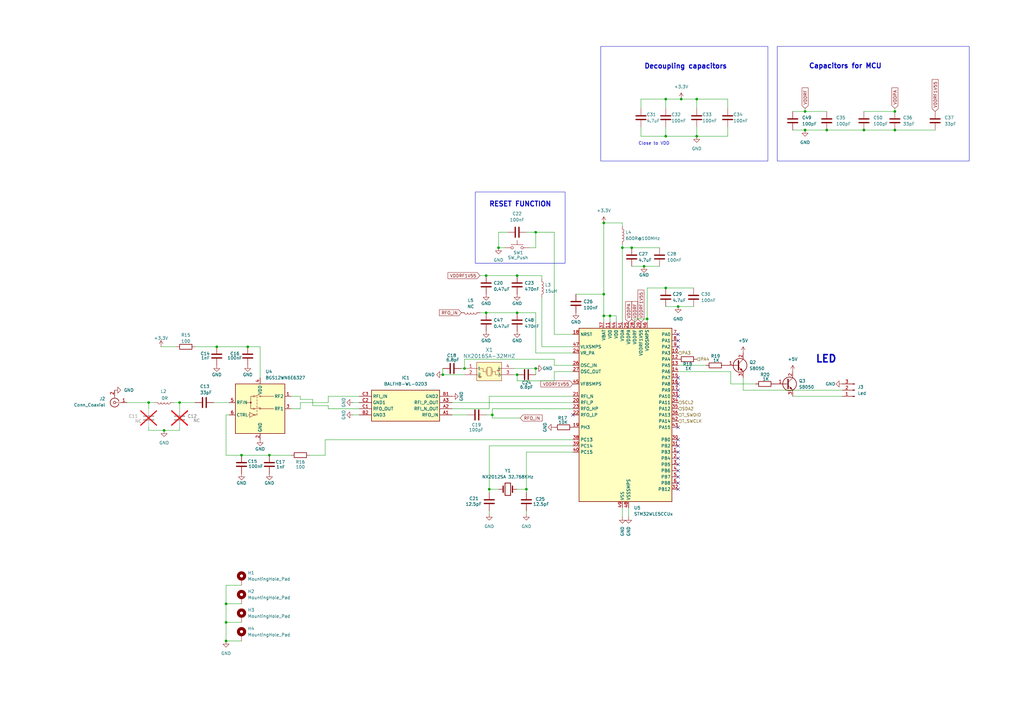
<source format=kicad_sch>
(kicad_sch (version 20231120) (generator "eeschema") (generator_version "8.0")
  (paper "A3")
  (lib_symbols
    (symbol "BALFHB-WL-05D3:BALFHB-WL-05D3"
      (property "Reference" "IC" (at 34.29 7.62 0))
      (property "Value" "BALFHB-WL-05D3" (at 34.29 5.08 0))
      (symbol "BALFHB-WL-05D3_1_1"
        (pin passive line (at 0 0 0) (length 5.08) (name "RFO_IN") (number "A1"))
        (pin passive line (at 0 -2.54 0) (length 5.08) (name "RFI_N_OUT") (number "A2"))
        (pin passive line (at 0 -5.08 0) (length 5.08) (name "RFI_P_OUT") (number "A3"))
        (pin passive line (at 0 -7.62 0) (length 5.08) (name "GND2") (number "B1"))
        (pin passive line (at 38.1 0 180) (length 5.08) (name "GND3") (number "B2"))
        (pin passive line (at 38.1 -2.54 180) (length 5.08) (name "RFO_OUT") (number "C1"))
        (pin passive line (at 38.1 -5.08 180) (length 5.08) (name "GND1") (number "C2"))
        (pin passive line (at 38.1 -7.62 180) (length 5.08) (name "RFI_IN") (number "C3"))
      )
    )
    (symbol "Connector:Conn_01x03_Pin" (pin_names (offset 1.016) hide)
      (property "Reference" "J" (at 0 5.08 0))
      (property "Value" "Conn_01x03_Pin" (at 0 -5.08 0))
      (symbol "Conn_01x03_Pin_1_1"
        (pin passive line (at 5.08 2.54 180) (length 3.81) (name "Pin_1") (number "1"))
        (pin passive line (at 5.08 0 180) (length 3.81) (name "Pin_2") (number "2"))
        (pin passive line (at 5.08 -2.54 180) (length 3.81) (name "Pin_3") (number "3"))
      )
    )
    (symbol "Connector:Conn_Coaxial" (pin_names (offset 1.016) hide)
      (property "Reference" "J" (at 0.254 3.048 0))
      (property "Value" "Conn_Coaxial" (at 2.921 0 90))
      (symbol "Conn_Coaxial_1_1"
        (pin passive line (at -5.08 0 0) (length 2.54) (name "In") (number "1"))
        (pin passive line (at 0 -5.08 90) (length 2.54) (name "Ext") (number "2"))
      )
    )
    (symbol "Device:C" (pin_numbers hide) (pin_names (offset 0.254))
      (property "Reference" "C" (at 0.635 2.54 0))
      (property "Value" "C" (at 0.635 -2.54 0))
      (symbol "C_1_1"
        (pin passive line (at 0 3.81 270) (length 2.794) (name "~") (number "1"))
        (pin passive line (at 0 -3.81 90) (length 2.794) (name "~") (number "2"))
      )
    )
    (symbol "Device:Crystal" (pin_numbers hide) (pin_names (offset 1.016) hide)
      (property "Reference" "Y" (at 0 3.81 0))
      (property "Value" "Crystal" (at 0 -3.81 0))
      (symbol "Crystal_1_1"
        (pin passive line (at -3.81 0 0) (length 1.27) (name "1") (number "1"))
        (pin passive line (at 3.81 0 180) (length 1.27) (name "2") (number "2"))
      )
    )
    (symbol "Device:L" (pin_numbers hide) (pin_names (offset 1.016) hide)
      (property "Reference" "L" (at -1.27 0 90))
      (property "Value" "L" (at 1.905 0 90))
      (symbol "L_1_1"
        (pin passive line (at 0 3.81 270) (length 1.27) (name "1") (number "1"))
        (pin passive line (at 0 -3.81 90) (length 1.27) (name "2") (number "2"))
      )
    )
    (symbol "Device:R" (pin_numbers hide) (pin_names (offset 0))
      (property "Reference" "R" (at 2.032 0 90))
      (property "Value" "R" (at 0 0 90))
      (symbol "R_1_1"
        (pin passive line (at 0 3.81 270) (length 1.27) (name "~") (number "1"))
        (pin passive line (at 0 -3.81 90) (length 1.27) (name "~") (number "2"))
      )
    )
    (symbol "GND_1" (power) (pin_numbers hide) (pin_names (offset 0) hide)
      (property "Value" "GND" (at 0 -3.81 0))
      (symbol "GND_1_1_1"
        (pin power_in line (at 0 0 270) (length 0) (name "~") (number "1"))
      )
    )
    (symbol "GND_2" (power) (pin_numbers hide) (pin_names (offset 0) hide)
      (property "Value" "GND" (at 0 -3.81 0))
      (symbol "GND_2_1_1"
        (pin power_in line (at 0 0 270) (length 0) (name "~") (number "1"))
      )
    )
    (symbol "MCU_ST_STM32WL:STM32WLE5CCUx"
      (property "Reference" "U" (at -17.78 36.83 0))
      (property "Value" "STM32WLE5CCUx" (at 12.7 36.83 0))
      (symbol "STM32WLE5CCUx_1_1"
        (pin bidirectional line (at 22.86 -15.24 180) (length 2.54) (name "PB3") (number "1"))
        (pin bidirectional line (at 22.86 25.4 180) (length 2.54) (name "PA3") (number "10"))
        (pin power_in line (at -5.08 38.1 270) (length 2.54) (name "VDD") (number "11"))
        (pin bidirectional line (at 22.86 22.86 180) (length 2.54) (name "PA4") (number "12"))
        (pin bidirectional line (at 22.86 20.32 180) (length 2.54) (name "PA5") (number "13"))
        (pin bidirectional line (at 22.86 17.78 180) (length 2.54) (name "PA6") (number "14"))
        (pin bidirectional line (at 22.86 15.24 180) (length 2.54) (name "PA7") (number "15"))
        (pin bidirectional line (at 22.86 12.7 180) (length 2.54) (name "PA8") (number "16"))
        (pin bidirectional line (at 22.86 10.16 180) (length 2.54) (name "PA9") (number "17"))
        (pin input line (at -20.32 33.02 0) (length 2.54) (name "NRST") (number "18"))
        (pin bidirectional line (at -20.32 -5.08 0) (length 2.54) (name "PH3") (number "19"))
        (pin bidirectional line (at 22.86 -17.78 180) (length 2.54) (name "PB4") (number "2"))
        (pin bidirectional line (at -20.32 5.08 0) (length 2.54) (name "RFI_P") (number "20"))
        (pin bidirectional line (at -20.32 7.62 0) (length 2.54) (name "RFI_N") (number "21"))
        (pin bidirectional line (at -20.32 0 0) (length 2.54) (name "RFO_LP") (number "22"))
        (pin bidirectional line (at -20.32 2.54 0) (length 2.54) (name "RFO_HP") (number "23"))
        (pin power_in line (at -20.32 25.4 0) (length 2.54) (name "VR_PA") (number "24"))
        (pin power_in line (at 2.54 38.1 270) (length 2.54) (name "VDDPA") (number "25"))
        (pin input line (at -20.32 20.32 0) (length 2.54) (name "OSC_IN") (number "26"))
        (pin input line (at -20.32 17.78 0) (length 2.54) (name "OSC_OUT") (number "27"))
        (pin power_in line (at 5.08 38.1 270) (length 2.54) (name "VDDRF") (number "28"))
        (pin power_in line (at 7.62 38.1 270) (length 2.54) (name "VDDRF1V55") (number "29"))
        (pin bidirectional line (at 22.86 -20.32 180) (length 2.54) (name "PB5") (number "3"))
        (pin bidirectional line (at 22.86 -10.16 180) (length 2.54) (name "PB0") (number "30"))
        (pin bidirectional line (at 22.86 -12.7 180) (length 2.54) (name "PB2") (number "31"))
        (pin bidirectional line (at 22.86 -30.48 180) (length 2.54) (name "PB12") (number "32"))
        (pin bidirectional line (at 22.86 7.62 180) (length 2.54) (name "PA10") (number "33"))
        (pin bidirectional line (at 22.86 5.08 180) (length 2.54) (name "PA11") (number "34"))
        (pin bidirectional line (at 22.86 2.54 180) (length 2.54) (name "PA12") (number "35"))
        (pin bidirectional line (at 22.86 0 180) (length 2.54) (name "PA13") (number "36"))
        (pin power_in line (at -7.62 38.1 270) (length 2.54) (name "VBAT") (number "37"))
        (pin bidirectional line (at -20.32 -10.16 0) (length 2.54) (name "PC13") (number "38"))
        (pin bidirectional line (at -20.32 -12.7 0) (length 2.54) (name "PC14") (number "39"))
        (pin bidirectional line (at 22.86 -22.86 180) (length 2.54) (name "PB6") (number "4"))
        (pin bidirectional line (at -20.32 -15.24 0) (length 2.54) (name "PC15") (number "40"))
        (pin power_in line (at 0 38.1 270) (length 2.54) (name "VDDA") (number "41"))
        (pin bidirectional line (at 22.86 -2.54 180) (length 2.54) (name "PA14") (number "42"))
        (pin bidirectional line (at 22.86 -5.08 180) (length 2.54) (name "PA15") (number "43"))
        (pin power_in line (at -2.54 38.1 270) (length 2.54) (name "VDD") (number "44"))
        (pin input line (at -20.32 12.7 0) (length 2.54) (name "VFBSMPS") (number "45"))
        (pin power_in line (at 10.16 38.1 270) (length 2.54) (name "VDDSMPS") (number "46"))
        (pin power_in line (at -20.32 27.94 0) (length 2.54) (name "VLXSMPS") (number "47"))
        (pin power_in line (at 2.54 -38.1 90) (length 2.54) (name "VSSSMPS") (number "48"))
        (pin power_in line (at 0 -38.1 90) (length 2.54) (name "VSS") (number "49"))
        (pin bidirectional line (at 22.86 -25.4 180) (length 2.54) (name "PB7") (number "5"))
        (pin bidirectional line (at 22.86 -27.94 180) (length 2.54) (name "PB8") (number "6"))
        (pin bidirectional line (at 22.86 33.02 180) (length 2.54) (name "PA0") (number "7"))
        (pin bidirectional line (at 22.86 30.48 180) (length 2.54) (name "PA1") (number "8"))
        (pin bidirectional line (at 22.86 27.94 180) (length 2.54) (name "PA2") (number "9"))
      )
    )
    (symbol "Mechanical:MountingHole_Pad" (pin_numbers hide) (pin_names (offset 1.016) hide)
      (property "Reference" "H" (at 0 6.35 0))
      (property "Value" "MountingHole_Pad" (at 0 4.445 0))
      (symbol "MountingHole_Pad_1_1"
        (pin input line (at 0 -2.54 90) (length 2.54) (name "1") (number "1"))
      )
    )
    (symbol "NX2016SA-32MHZ:NX2016SA-32MHZ-EXS00A-CS06654" (pin_names (offset 0.254))
      (property "Reference" "X1" (at 12.7 7.62 0))
      (property "Value" "NX2016SA-32MHZ-EXS00A-CS06654" (at 12.7 5.08 0))
      (symbol "NX2016SA-32MHZ-EXS00A-CS06654_1_1"
        (pin unspecified line (at 2.54 0 0) (length 5.08) (name "1") (number "1"))
        (pin unspecified line (at 2.54 -2.54 0) (length 5.08) (name "2") (number "2"))
        (pin unspecified line (at 22.86 -2.54 180) (length 5.08) (name "3") (number "3"))
        (pin unspecified line (at 22.86 0 180) (length 5.08) (name "4") (number "4"))
      )
    )
    (symbol "RF_Switch:BGS12WN6E6327"
      (property "Reference" "U" (at -10.16 11.43 0))
      (property "Value" "BGS12WN6E6327" (at 1.27 11.43 0))
      (symbol "BGS12WN6E6327_1_1"
        (pin passive line (at 12.7 5.08 180) (length 2.54) (name "RF2") (number "1"))
        (pin power_in line (at 0 -12.7 90) (length 2.54) (name "GND") (number "2"))
        (pin passive line (at 12.7 0 180) (length 2.54) (name "RF1") (number "3"))
        (pin power_in line (at 0 12.7 270) (length 2.54) (name "VDD") (number "4"))
        (pin passive line (at -12.7 2.54 0) (length 2.54) (name "RFIN") (number "5"))
        (pin input line (at -12.7 -2.54 0) (length 2.54) (name "CTRL") (number "6"))
      )
    )
    (symbol "Switch:SW_Push" (pin_numbers hide) (pin_names (offset 1.016) hide)
      (property "Reference" "SW" (at 1.27 2.54 0))
      (property "Value" "SW_Push" (at 0 -1.524 0))
      (symbol "SW_Push_0_1"
        (pin passive line (at -5.08 0 0) (length 2.54) (name "1") (number "1"))
        (pin passive line (at 5.08 0 180) (length 2.54) (name "2") (number "2"))
      )
    )
    (symbol "Transistor_BJT:S8050" (pin_names (offset 0) hide)
      (property "Reference" "Q1" (at 5.08 1.2701 0))
      (property "Value" "S8050" (at 5.08 -1.2699 0))
      (symbol "S8050_1_1"
        (pin input line (at -5.08 0 0) (length 5.08) (name "B") (number "1"))
        (pin passive line (at 2.54 5.08 270) (length 2.54) (name "C") (number "2"))
        (pin passive line (at 2.54 -5.08 90) (length 2.54) (name "E") (number "3"))
      )
    )
    (symbol "power:+3.3V" (power) (pin_numbers hide) (pin_names (offset 0) hide)
      (property "Value" "+3.3V" (at 0 3.556 0))
      (symbol "+3.3V_1_1"
        (pin power_in line (at 0 0 90) (length 0) (name "~") (number "1"))
      )
    )
    (symbol "power:+5V" (power) (pin_numbers hide) (pin_names (offset 0) hide)
      (property "Value" "+5V" (at 0 3.556 0))
      (symbol "+5V_1_1"
        (pin power_in line (at 0 0 90) (length 0) (name "~") (number "1"))
      )
    )
    (symbol "power:GND" (power) (pin_names (offset 0))
      (property "Value" "GND" (at 0 -3.81 0))
      (symbol "GND_1_1"
        (pin power_in line (at 0 0 270) (length 0) hide (name "GND") (number "1"))
      )
    )
  )
  (junction (at 247.65 129.54))
  (junction (at 190.5 151.13))
  (junction (at 99.06 186.69))
  (junction (at 200.66 200.66))
  (junction (at 199.39 113.03))
  (junction (at 247.65 91.44))
  (junction (at 101.6 142.24))
  (junction (at 330.2 53.34))
  (junction (at 92.71 262.89))
  (junction (at 219.71 95.25))
  (junction (at 367.03 53.34))
  (junction (at 273.05 55.88))
  (junction (at 273.05 40.64))
  (junction (at 215.9 200.66))
  (junction (at 273.05 118.11))
  (junction (at 255.27 101.6))
  (junction (at 110.49 186.69))
  (junction (at 88.9 142.24))
  (junction (at 212.09 113.03))
  (junction (at 330.2 45.72))
  (junction (at 181.61 153.67))
  (junction (at 212.09 153.67))
  (junction (at 264.16 109.22))
  (junction (at 279.4 40.64))
  (junction (at 73.66 165.1))
  (junction (at 247.65 120.65))
  (junction (at 354.33 53.34))
  (junction (at 285.75 40.64))
  (junction (at 339.09 53.34))
  (junction (at 201.93 170.18))
  (junction (at 285.75 55.88))
  (junction (at 60.96 165.1))
  (junction (at 199.39 128.27))
  (junction (at 92.71 247.65))
  (junction (at 219.71 151.13))
  (junction (at 250.19 129.54))
  (junction (at 67.31 176.53))
  (junction (at 265.43 130.81))
  (junction (at 259.08 101.6))
  (junction (at 212.09 128.27))
  (junction (at 92.71 255.27))
  (junction (at 278.13 125.73))
  (junction (at 204.47 101.6))
  (junction (at 367.03 45.72))
  (no_connect (at 278.13 200.66))
  (no_connect (at 278.13 193.04))
  (no_connect (at 278.13 198.12))
  (no_connect (at 278.13 185.42))
  (no_connect (at 278.13 182.88))
  (no_connect (at 234.95 170.18))
  (no_connect (at 278.13 175.26))
  (no_connect (at 278.13 187.96))
  (no_connect (at 278.13 160.02))
  (no_connect (at 278.13 180.34))
  (no_connect (at 278.13 154.94))
  (no_connect (at 278.13 190.5))
  (no_connect (at 278.13 162.56))
  (no_connect (at 278.13 157.48))
  (no_connect (at 278.13 195.58))
  (no_connect (at 278.13 139.7))
  (no_connect (at 278.13 142.24))
  (no_connect (at 278.13 137.16))
  (wire (pts (xy 123.19 162.56) (xy 119.38 162.56)))
  (wire (pts (xy 215.9 185.42) (xy 215.9 200.66)))
  (wire (pts (xy 99.06 186.69) (xy 110.49 186.69)))
  (wire (pts (xy 119.38 167.64) (xy 123.19 167.64)))
  (wire (pts (xy 252.73 129.54) (xy 250.19 129.54)))
  (wire (pts (xy 196.85 128.27) (xy 199.39 128.27)))
  (wire (pts (xy 255.27 100.33) (xy 255.27 101.6)))
  (wire (pts (xy 265.43 118.11) (xy 265.43 130.81)))
  (wire (pts (xy 213.36 171.45) (xy 201.93 171.45)))
  (wire (pts (xy 212.09 153.67) (xy 212.09 156.21)))
  (wire (pts (xy 255.27 91.44) (xy 255.27 92.71)))
  (wire (pts (xy 250.19 129.54) (xy 250.19 132.08)))
  (wire (pts (xy 285.75 55.88) (xy 298.45 55.88)))
  (wire (pts (xy 92.71 240.03) (xy 99.06 240.03)))
  (wire (pts (xy 227.33 137.16) (xy 227.33 95.25)))
  (wire (pts (xy 284.48 118.11) (xy 273.05 118.11)))
  (wire (pts (xy 80.01 142.24) (xy 88.9 142.24)))
  (wire (pts (xy 330.2 44.45) (xy 330.2 45.72)))
  (wire (pts (xy 285.75 40.64) (xy 285.75 44.45)))
  (wire (pts (xy 189.23 151.13) (xy 190.5 151.13)))
  (wire (pts (xy 325.12 53.34) (xy 330.2 53.34)))
  (wire (pts (xy 200.66 182.88) (xy 200.66 200.66)))
  (wire (pts (xy 185.42 167.64) (xy 200.66 167.64)))
  (wire (pts (xy 262.89 55.88) (xy 273.05 55.88)))
  (wire (pts (xy 133.35 186.69) (xy 133.35 180.34)))
  (wire (pts (xy 354.33 45.72) (xy 367.03 45.72)))
  (wire (pts (xy 325.12 45.72) (xy 330.2 45.72)))
  (wire (pts (xy 339.09 53.34) (xy 354.33 53.34)))
  (wire (pts (xy 262.89 52.07) (xy 262.89 55.88)))
  (wire (pts (xy 200.66 209.55) (xy 200.66 210.82)))
  (wire (pts (xy 201.93 170.18) (xy 199.39 170.18)))
  (wire (pts (xy 222.25 142.24) (xy 234.95 142.24)))
  (wire (pts (xy 219.71 151.13) (xy 210.82 151.13)))
  (wire (pts (xy 60.96 165.1) (xy 60.96 167.64)))
  (wire (pts (xy 278.13 152.4) (xy 299.72 152.4)))
  (wire (pts (xy 234.95 144.78) (xy 219.71 144.78)))
  (wire (pts (xy 273.05 40.64) (xy 273.05 44.45)))
  (wire (pts (xy 265.43 130.81) (xy 260.35 130.81)))
  (wire (pts (xy 278.13 149.86) (xy 289.56 149.86)))
  (wire (pts (xy 298.45 40.64) (xy 298.45 44.45)))
  (wire (pts (xy 259.08 109.22) (xy 264.16 109.22)))
  (wire (pts (xy 273.05 52.07) (xy 273.05 55.88)))
  (wire (pts (xy 181.61 153.67) (xy 190.5 153.67)))
  (wire (pts (xy 67.31 176.53) (xy 60.96 176.53)))
  (wire (pts (xy 196.85 113.03) (xy 199.39 113.03)))
  (wire (pts (xy 127 186.69) (xy 133.35 186.69)))
  (wire (pts (xy 259.08 101.6) (xy 270.51 101.6)))
  (wire (pts (xy 101.6 142.24) (xy 106.68 142.24)))
  (wire (pts (xy 227.33 156.21) (xy 227.33 152.4)))
  (wire (pts (xy 144.78 170.18) (xy 147.32 170.18)))
  (wire (pts (xy 247.65 120.65) (xy 247.65 129.54)))
  (wire (pts (xy 299.72 152.4) (xy 299.72 157.48)))
  (wire (pts (xy 252.73 129.54) (xy 252.73 132.08)))
  (wire (pts (xy 255.27 212.09) (xy 255.27 208.28)))
  (wire (pts (xy 227.33 152.4) (xy 234.95 152.4)))
  (wire (pts (xy 71.12 165.1) (xy 73.66 165.1)))
  (wire (pts (xy 123.19 163.83) (xy 123.19 162.56)))
  (wire (pts (xy 63.5 165.1) (xy 60.96 165.1)))
  (wire (pts (xy 255.27 101.6) (xy 259.08 101.6)))
  (wire (pts (xy 325.12 162.56) (xy 345.44 162.56)))
  (wire (pts (xy 73.66 176.53) (xy 67.31 176.53)))
  (wire (pts (xy 264.16 109.22) (xy 270.51 109.22)))
  (wire (pts (xy 92.71 247.65) (xy 99.06 247.65)))
  (wire (pts (xy 92.71 247.65) (xy 92.71 240.03)))
  (wire (pts (xy 134.62 166.37) (xy 128.27 166.37)))
  (wire (pts (xy 208.28 95.25) (xy 204.47 95.25)))
  (wire (pts (xy 60.96 176.53) (xy 60.96 175.26)))
  (wire (pts (xy 262.89 44.45) (xy 262.89 40.64)))
  (wire (pts (xy 260.35 130.81) (xy 260.35 132.08)))
  (wire (pts (xy 73.66 165.1) (xy 80.01 165.1)))
  (wire (pts (xy 190.5 147.32) (xy 227.33 147.32)))
  (wire (pts (xy 278.13 125.73) (xy 284.48 125.73)))
  (wire (pts (xy 255.27 101.6) (xy 255.27 132.08)))
  (wire (pts (xy 92.71 262.89) (xy 92.71 255.27)))
  (wire (pts (xy 299.72 157.48) (xy 309.88 157.48)))
  (wire (pts (xy 199.39 113.03) (xy 212.09 113.03)))
  (wire (pts (xy 265.43 118.11) (xy 273.05 118.11)))
  (wire (pts (xy 181.61 151.13) (xy 181.61 153.67)))
  (wire (pts (xy 247.65 91.44) (xy 247.65 120.65)))
  (wire (pts (xy 215.9 200.66) (xy 212.09 200.66)))
  (wire (pts (xy 330.2 53.34) (xy 339.09 53.34)))
  (wire (pts (xy 345.44 160.02) (xy 304.8 160.02)))
  (wire (pts (xy 219.71 144.78) (xy 219.71 128.27)))
  (wire (pts (xy 285.75 40.64) (xy 298.45 40.64)))
  (wire (pts (xy 87.63 165.1) (xy 93.98 165.1)))
  (wire (pts (xy 134.62 165.1) (xy 134.62 162.56)))
  (wire (pts (xy 99.06 186.69) (xy 92.71 186.69)))
  (wire (pts (xy 219.71 153.67) (xy 219.71 151.13)))
  (wire (pts (xy 88.9 142.24) (xy 101.6 142.24)))
  (wire (pts (xy 185.42 170.18) (xy 191.77 170.18)))
  (wire (pts (xy 265.43 132.08) (xy 265.43 130.81)))
  (wire (pts (xy 215.9 209.55) (xy 215.9 210.82)))
  (wire (pts (xy 234.95 167.64) (xy 201.93 167.64)))
  (wire (pts (xy 219.71 95.25) (xy 227.33 95.25)))
  (wire (pts (xy 52.07 165.1) (xy 60.96 165.1)))
  (wire (pts (xy 133.35 180.34) (xy 234.95 180.34)))
  (wire (pts (xy 273.05 125.73) (xy 278.13 125.73)))
  (wire (pts (xy 215.9 201.93) (xy 215.9 200.66)))
  (wire (pts (xy 215.9 185.42) (xy 234.95 185.42)))
  (wire (pts (xy 273.05 40.64) (xy 279.4 40.64)))
  (wire (pts (xy 250.19 129.54) (xy 247.65 129.54)))
  (wire (pts (xy 204.47 101.6) (xy 207.01 101.6)))
  (wire (pts (xy 227.33 137.16) (xy 234.95 137.16)))
  (wire (pts (xy 204.47 95.25) (xy 204.47 101.6)))
  (wire (pts (xy 128.27 163.83) (xy 123.19 163.83)))
  (wire (pts (xy 201.93 167.64) (xy 201.93 170.18)))
  (wire (pts (xy 236.22 120.65) (xy 247.65 120.65)))
  (wire (pts (xy 367.03 53.34) (xy 383.54 53.34)))
  (wire (pts (xy 285.75 52.07) (xy 285.75 55.88)))
  (wire (pts (xy 212.09 153.67) (xy 210.82 153.67)))
  (wire (pts (xy 298.45 52.07) (xy 298.45 55.88)))
  (wire (pts (xy 199.39 128.27) (xy 212.09 128.27)))
  (wire (pts (xy 262.89 40.64) (xy 273.05 40.64)))
  (wire (pts (xy 247.65 91.44) (xy 255.27 91.44)))
  (wire (pts (xy 227.33 147.32) (xy 227.33 149.86)))
  (wire (pts (xy 92.71 255.27) (xy 92.71 247.65)))
  (wire (pts (xy 144.78 165.1) (xy 147.32 165.1)))
  (wire (pts (xy 212.09 128.27) (xy 219.71 128.27)))
  (wire (pts (xy 106.68 142.24) (xy 106.68 154.94)))
  (wire (pts (xy 257.81 212.09) (xy 257.81 208.28)))
  (wire (pts (xy 134.62 167.64) (xy 147.32 167.64)))
  (wire (pts (xy 201.93 171.45) (xy 201.93 170.18)))
  (wire (pts (xy 93.98 170.18) (xy 92.71 170.18)))
  (wire (pts (xy 200.66 167.64) (xy 200.66 162.56)))
  (wire (pts (xy 73.66 167.64) (xy 73.66 165.1)))
  (wire (pts (xy 304.8 160.02) (xy 304.8 154.94)))
  (wire (pts (xy 367.03 44.45) (xy 367.03 45.72)))
  (wire (pts (xy 200.66 200.66) (xy 204.47 200.66)))
  (wire (pts (xy 123.19 167.64) (xy 123.19 165.1)))
  (wire (pts (xy 219.71 95.25) (xy 219.71 101.6)))
  (wire (pts (xy 200.66 162.56) (xy 234.95 162.56)))
  (wire (pts (xy 119.38 186.69) (xy 110.49 186.69)))
  (wire (pts (xy 190.5 151.13) (xy 190.5 147.32)))
  (wire (pts (xy 222.25 121.92) (xy 222.25 142.24)))
  (wire (pts (xy 219.71 101.6) (xy 217.17 101.6)))
  (wire (pts (xy 92.71 255.27) (xy 99.06 255.27)))
  (wire (pts (xy 215.9 95.25) (xy 219.71 95.25)))
  (wire (pts (xy 273.05 55.88) (xy 285.75 55.88)))
  (wire (pts (xy 222.25 113.03) (xy 212.09 113.03)))
  (wire (pts (xy 73.66 175.26) (xy 73.66 176.53)))
  (wire (pts (xy 92.71 170.18) (xy 92.71 186.69)))
  (wire (pts (xy 72.39 142.24) (xy 66.04 142.24)))
  (wire (pts (xy 247.65 129.54) (xy 247.65 132.08)))
  (wire (pts (xy 222.25 114.3) (xy 222.25 113.03)))
  (wire (pts (xy 134.62 162.56) (xy 147.32 162.56)))
  (wire (pts (xy 339.09 45.72) (xy 330.2 45.72)))
  (wire (pts (xy 99.06 262.89) (xy 92.71 262.89)))
  (wire (pts (xy 200.66 182.88) (xy 234.95 182.88)))
  (wire (pts (xy 134.62 166.37) (xy 134.62 167.64)))
  (wire (pts (xy 123.19 165.1) (xy 134.62 165.1)))
  (wire (pts (xy 212.09 156.21) (xy 227.33 156.21)))
  (wire (pts (xy 200.66 201.93) (xy 200.66 200.66)))
  (wire (pts (xy 279.4 40.64) (xy 285.75 40.64)))
  (wire (pts (xy 354.33 53.34) (xy 367.03 53.34)))
  (wire (pts (xy 227.33 149.86) (xy 234.95 149.86)))
  (wire (pts (xy 185.42 165.1) (xy 234.95 165.1)))
  (wire (pts (xy 128.27 166.37) (xy 128.27 163.83)))
  (rectangle (start 318.77 19.05) (end 397.51 66.04))
  (rectangle (start 194.945 78.74) (end 231.775 107.95))
  (rectangle (start 246.38 19.05) (end 314.96 66.04))
  (text "Capacitors for MCU" (at 346.71 27.178 0) (effects (font (size 2 2) (bold yes))))
  (text "RESET FUNCTION" (at 213.36 83.82 0) (effects (font (size 2 2) (bold yes))))
  (text "Close to VDD" (at 268.224 58.928 0) (effects (font (size 1.27 1.27))))
  (text "LED" (at 338.836 147.32 0) (effects (font (size 3 3) (thickness 0.6) (bold yes))))
  (text "Decoupling capacitors" (at 264.16 28.448 0) (effects (font (size 2 2) (thickness 0.4) (bold yes)) (justify left bottom)))
  (global_label "RFO_IN" (shape input) (at 189.23 128.27 180) (property "Intersheetrefs" "${INTERSHEET_REFS}" (effects (hide yes))))
  (global_label "VDDRF" (shape input) (at 260.35 132.08 90) (property "Intersheetrefs" "${INTERSHEET_REFS}" (effects (hide yes))))
  (global_label "VDDRF1V55" (shape input) (at 383.54 45.72 90) (property "Intersheetrefs" "${INTERSHEET_REFS}" (effects (hide yes))))
  (global_label "VDDPA" (shape input) (at 257.81 132.08 90) (property "Intersheetrefs" "${INTERSHEET_REFS}" (effects (hide yes))))
  (global_label "VDDRF" (shape input) (at 330.2 44.45 90) (property "Intersheetrefs" "${INTERSHEET_REFS}" (effects (hide yes))))
  (global_label "VDDRF1V55" (shape input) (at 196.85 113.03 180) (property "Intersheetrefs" "${INTERSHEET_REFS}" (effects (hide yes))))
  (global_label "VDDRF1V55" (shape input) (at 262.89 132.08 90) (property "Intersheetrefs" "${INTERSHEET_REFS}" (effects (hide yes))))
  (global_label "VDDPA" (shape input) (at 367.03 44.45 90) (property "Intersheetrefs" "${INTERSHEET_REFS}" (effects (hide yes))))
  (global_label "VDDRF1V55" (shape input) (at 234.95 157.48 180) (property "Intersheetrefs" "${INTERSHEET_REFS}" (effects (hide yes))))
  (global_label "RFO_IN" (shape input) (at 213.36 171.45 0) (property "Intersheetrefs" "${INTERSHEET_REFS}" (effects (hide yes))))
  (hierarchical_label "PA4" (shape input) (at 285.75 147.32 0))
  (hierarchical_label "SDA2" (shape input) (at 278.13 167.64 0))
  (hierarchical_label "T_SWCLK" (shape input) (at 278.13 172.72 0))
  (hierarchical_label "SCL2" (shape input) (at 278.13 165.1 0))
  (hierarchical_label "T_SWDIO" (shape input) (at 278.13 170.18 0))
  (hierarchical_label "PA3" (shape input) (at 278.13 144.78 0))
  (symbol (lib_id "Device:C") (at 236.22 124.46 0) (unit 1)
    (property "Reference" "C26" (at 239.268 123.698 0) (effects (justify left)))
    (property "Value" "100nF" (at 239.268 126.238 0) (effects (justify left)))
    (property "Footprint" "Capacitor_SMD:C_0402_1005Metric_Pad0.74x0.62mm_HandSolder" (effects (hide yes)))
  )
  (symbol (lib_id "power:GND") (at 219.71 151.13 90) (unit 1)
    (property "Reference" "#PWR029" (effects (hide yes)))
    (property "Value" "GND" (at 222.504 151.13 90) (effects (justify right)))
  )
  (symbol (lib_id "power:GND") (at 345.44 157.48 270) (unit 1)
    (property "Reference" "#PWR041" (effects (hide yes)))
    (property "Value" "GND" (at 342.646 157.48 90) (effects (justify right)))
    (property "Description" "Power symbol creates a global label with name \"GND\" , ground" (effects (hide yes)))
  )
  (symbol (lib_id "Device:C") (at 270.51 105.41 0) (unit 1)
    (property "Reference" "C28" (at 273.558 104.14 0) (effects (justify left)))
    (property "Value" "100nF" (at 273.558 106.68 0) (effects (justify left)))
    (property "Footprint" "Capacitor_SMD:C_0402_1005Metric_Pad0.74x0.62mm_HandSolder" (effects (hide yes)))
  )
  (symbol (lib_id "Device:C") (at 354.33 49.53 0) (unit 1)
    (property "Reference" "C50" (at 358.14 48.2599 0) (effects (justify left)))
    (property "Value" "100pF" (at 358.14 50.7999 0) (effects (justify left)))
    (property "Footprint" "Capacitor_SMD:C_0402_1005Metric_Pad0.74x0.62mm_HandSolder" (effects (hide yes)))
  )
  (symbol (lib_id "Device:C") (at 99.06 190.5 0) (unit 1)
    (property "Reference" "C15" (at 101.6 189.23 0) (effects (justify left)))
    (property "Value" "100nF" (at 101.854 191.262 0) (effects (justify left)))
    (property "Footprint" "Capacitor_SMD:C_0402_1005Metric_Pad0.74x0.62mm_HandSolder" (effects (hide yes)))
  )
  (symbol (lib_id "Device:C") (at 73.66 171.45 180) (unit 1) (in_bom no) (dnp yes)
    (property "Reference" "C12" (at 80.772 170.688 0) (effects (justify left)))
    (property "Value" "NC" (at 82.042 172.466 0) (effects (justify left)))
    (property "Footprint" "Capacitor_SMD:C_0402_1005Metric_Pad0.74x0.62mm_HandSolder" (effects (hide yes)))
  )
  (symbol (lib_id "Device:C") (at 199.39 132.08 0) (unit 1)
    (property "Reference" "C47" (at 202.438 131.318 0) (effects (justify left)))
    (property "Value" "0.47uF" (at 202.438 133.858 0) (effects (justify left)))
    (property "Footprint" "Capacitor_SMD:C_0402_1005Metric_Pad0.74x0.62mm_HandSolder" (effects (hide yes)))
  )
  (symbol (lib_id "Device:C") (at 298.45 48.26 0) (unit 1)
    (property "Reference" "C34" (at 300.736 46.99 0) (effects (justify left)))
    (property "Value" "100nF" (at 300.736 49.53 0) (effects (justify left)))
    (property "Footprint" "Capacitor_SMD:C_0402_1005Metric_Pad0.74x0.62mm_HandSolder" (effects (hide yes)))
  )
  (symbol (lib_id "Device:L") (at 67.31 165.1 270) (unit 1)
    (property "Reference" "L2" (at 67.056 160.528 90))
    (property "Value" "0R" (at 67.564 163.322 90))
    (property "Footprint" "Inductor_SMD:L_0402_1005Metric_Pad0.77x0.64mm_HandSolder" (effects (hide yes)))
    (property "Description" "Inductor" (effects (hide yes)))
  )
  (symbol (lib_id "Device:R") (at 313.69 157.48 90) (unit 1)
    (property "Reference" "R20" (at 315.722 153.67 90) (effects (justify left)))
    (property "Value" "1K" (at 315.468 155.448 90) (effects (justify left)))
    (property "Footprint" "Resistor_SMD:R_0402_1005Metric_Pad0.72x0.64mm_HandSolder" (effects (hide yes)))
    (property "Description" "Resistor" (effects (hide yes)))
  )
  (symbol (lib_id "power:GND") (at 204.47 101.6 0) (unit 1)
    (property "Reference" "#PWR026" (effects (hide yes)))
    (property "Value" "GND" (at 204.47 106.68 0))
  )
  (symbol (lib_id "power:GND") (at 181.61 153.67 270) (unit 1)
    (property "Reference" "#PWR022" (effects (hide yes)))
    (property "Value" "GND" (at 174.244 153.67 90) (effects (justify left)))
  )
  (symbol (lib_id "power:GND") (at 236.22 128.27 0) (unit 1)
    (property "Reference" "#PWR031" (effects (hide yes)))
    (property "Value" "GND" (at 236.22 132.08 0))
  )
  (symbol (lib_id "power:GND") (at 285.75 55.88 0) (unit 1)
    (property "Reference" "#PWR039" (effects (hide yes)))
    (property "Value" "GND" (at 285.75 60.96 0))
  )
  (symbol (lib_id "Mechanical:MountingHole_Pad") (at 99.06 252.73 0) (unit 1)
    (property "Reference" "H3" (at 101.6 250.1899 0) (effects (justify left)))
    (property "Value" "MountingHole_Pad" (at 101.6 252.7299 0) (effects (justify left)))
    (property "Footprint" "MountingHole:MountingHole_3mm_Pad_Via" (effects (hide yes)))
    (property "Description" "Mounting Hole with connection" (effects (hide yes)))
  )
  (symbol (lib_id "BALFHB-WL-05D3:BALFHB-WL-05D3") (at 185.42 170.18 180) (unit 1)
    (property "Reference" "IC1" (at 166.37 154.94 0))
    (property "Value" "BALFHB-WL-02D3" (at 166.37 157.48 0))
    (property "Footprint" "footprint:BALFHBWL05D3" (effects (hide yes)))
    (property "Datasheet" "https://www.st.com/resource/en/datasheet/balfhb-wl-05d3.pdf" (effects (hide yes)))
    (property "Description" "balun,filtering and matching of STM32WL 15dbm 915Mhz , QFN package 4 layers pcb" (effects (hide yes)))
    (property "Height" "0.68" (effects (hide yes)))
    (property "Manufacturer_Name" "STMicroelectronics" (effects (hide yes)))
    (property "Manufacturer_Part_Number" "BALFHB-WL-05D3" (effects (hide yes)))
    (property "Mouser Part Number" "511-BALFHB-WL-05D3" (effects (hide yes)))
    (property "Mouser Price/Stock" "https://www.mouser.co.uk/ProductDetail/STMicroelectronics/BALFHB-WL-05D3?qs=T%252BzbugeAwjgyeRVodYmoDw%3D%3D" (effects (hide yes)))
    (property "Arrow Part Number" "BALFHB-WL-05D3" (effects (hide yes)))
    (property "Arrow Price/Stock" "https://www.arrow.com/en/products/balfhb-wl-05d3/stmicroelectronics?region=nac" (effects (hide yes)))
  )
  (symbol (lib_id "power:GND") (at 215.9 210.82 0) (unit 1)
    (property "Reference" "#PWR028" (effects (hide yes)))
    (property "Value" "GND" (at 215.9 215.9 0))
  )
  (symbol (lib_id "power:GND") (at 185.42 162.56 90) (unit 1)
    (property "Reference" "#PWR023" (effects (hide yes)))
    (property "Value" "GND" (at 189.23 162.56 0))
  )
  (symbol (lib_id "Device:C") (at 185.42 151.13 90) (unit 1)
    (property "Reference" "C18" (at 187.198 145.796 90) (effects (justify left)))
    (property "Value" "6.8pF" (at 188.468 147.574 90) (effects (justify left)))
    (property "Footprint" "Capacitor_SMD:C_0402_1005Metric_Pad0.74x0.62mm_HandSolder" (effects (hide yes)))
  )
  (symbol (lib_id "Device:R") (at 123.19 186.69 270) (unit 1)
    (property "Reference" "R16" (at 123.19 189.484 90))
    (property "Value" "100" (at 123.19 191.516 90))
    (property "Footprint" "Resistor_SMD:R_0402_1005Metric_Pad0.72x0.64mm_HandSolder" (effects (hide yes)))
    (property "Description" "Resistor" (effects (hide yes)))
  )
  (symbol (lib_id "Device:C") (at 215.9 205.74 180) (unit 1)
    (property "Reference" "C25" (at 223.52 204.724 0) (effects (justify left)))
    (property "Value" "12.5pF" (at 225.298 206.756 0) (effects (justify left)))
    (property "Footprint" "Capacitor_SMD:C_0402_1005Metric_Pad0.74x0.62mm_HandSolder" (effects (hide yes)))
  )
  (symbol (lib_id "power:GND") (at 99.06 194.31 0) (unit 1)
    (property "Reference" "#PWR016" (effects (hide yes)))
    (property "Value" "GND" (at 99.06 198.12 0))
  )
  (symbol (lib_id "Mechanical:MountingHole_Pad") (at 99.06 237.49 0) (unit 1)
    (property "Reference" "H1" (at 101.6 234.9499 0) (effects (justify left)))
    (property "Value" "MountingHole_Pad" (at 101.6 237.4899 0) (effects (justify left)))
    (property "Footprint" "MountingHole:MountingHole_3mm_Pad_Via" (effects (hide yes)))
    (property "Description" "Mounting Hole with connection" (effects (hide yes)))
  )
  (symbol (lib_id "Device:R") (at 281.94 147.32 90) (unit 1)
    (property "Reference" "R18" (at 283.972 149.352 90) (effects (justify left)))
    (property "Value" "1K" (at 283.718 151.13 90) (effects (justify left)))
    (property "Footprint" "Resistor_SMD:R_0402_1005Metric_Pad0.72x0.64mm_HandSolder" (effects (hide yes)))
    (property "Description" "Resistor" (effects (hide yes)))
  )
  (symbol (lib_id "Connector:Conn_Coaxial") (at 46.99 165.1 180) (unit 1)
    (property "Reference" "J2" (at 43.18 163.5367 0) (effects (justify left)))
    (property "Value" "Conn_Coaxial" (at 43.18 166.0767 0) (effects (justify left)))
    (property "Footprint" "Connector_Coaxial:U.FL_Molex_MCRF_73412-0110_Vertical" (effects (hide yes)))
    (property "Datasheet" " ~" (effects (hide yes)))
    (property "Description" "coaxial connector (BNC, SMA, SMB, SMC, Cinch/RCA, LEMO, ...)" (effects (hide yes)))
  )
  (symbol (lib_id "NX2016SA-32MHZ:NX2016SA-32MHZ-EXS00A-CS06654") (at 187.96 151.13 0) (unit 1)
    (property "Reference" "X1" (at 200.66 143.51 0) (effects (font (size 1.524 1.524))))
    (property "Value" "NX2016SA-32MHZ" (at 200.66 146.05 0) (effects (font (size 1.524 1.524))))
    (property "Footprint" "footprint:NX2016SA_NDK" (effects (hide yes)))
    (property "Datasheet" "NX2016SA-32MHZ-EXS00A-CS06654" (effects (hide yes)))
  )
  (symbol (lib_id "Device:C") (at 200.66 205.74 180) (unit 1)
    (property "Reference" "C21" (at 196.342 204.47 0) (effects (justify left)))
    (property "Value" "12.5pF" (at 197.612 206.756 0) (effects (justify left)))
    (property "Footprint" "Capacitor_SMD:C_0402_1005Metric_Pad0.74x0.62mm_HandSolder" (effects (hide yes)))
  )
  (symbol (lib_id "Device:L") (at 193.04 128.27 270) (unit 1)
    (property "Reference" "L5" (at 193.04 123.19 90))
    (property "Value" "NC" (at 193.04 125.73 90))
    (property "Footprint" "Inductor_SMD:L_0402_1005Metric_Pad0.77x0.64mm_HandSolder" (effects (hide yes)))
    (property "Description" "Inductor" (effects (hide yes)))
  )
  (symbol (lib_id "Device:C") (at 212.09 116.84 0) (unit 1)
    (property "Reference" "C23" (at 215.138 116.078 0) (effects (justify left)))
    (property "Value" "470nF" (at 215.138 118.618 0) (effects (justify left)))
    (property "Footprint" "Capacitor_SMD:C_0402_1005Metric_Pad0.74x0.62mm_HandSolder" (effects (hide yes)))
  )
  (symbol (lib_id "Device:C") (at 273.05 48.26 0) (unit 1)
    (property "Reference" "C32" (at 275.336 46.99 0) (effects (justify left)))
    (property "Value" "100nF" (at 275.336 49.53 0) (effects (justify left)))
    (property "Footprint" "Capacitor_SMD:C_0402_1005Metric_Pad0.74x0.62mm_HandSolder" (effects (hide yes)))
  )
  (symbol (lib_id "power:GND") (at 101.6 149.86 0) (unit 1)
    (property "Reference" "#PWR017" (effects (hide yes)))
    (property "Value" "GND" (at 101.6 153.67 0))
  )
  (symbol (lib_id "Mechanical:MountingHole_Pad") (at 99.06 260.35 0) (unit 1)
    (property "Reference" "H4" (at 101.6 257.8099 0) (effects (justify left)))
    (property "Value" "MountingHole_Pad" (at 101.6 260.3499 0) (effects (justify left)))
    (property "Footprint" "MountingHole:MountingHole_3mm_Pad_Via" (effects (hide yes)))
    (property "Description" "Mounting Hole with connection" (effects (hide yes)))
  )
  (symbol (lib_id "MCU_ST_STM32WL:STM32WLE5CCUx") (at 255.27 170.18 0) (unit 1)
    (property "Reference" "U5" (at 260.0041 208.28 0) (effects (justify left)))
    (property "Value" "STM32WLE5CCUx" (at 260.0041 210.82 0) (effects (justify left)))
    (property "Footprint" "Package_DFN_QFN:QFN-48-1EP_7x7mm_P0.5mm_EP5.6x5.6mm" (effects (hide yes)))
    (property "Datasheet" "https://www.st.com/resource/en/datasheet/stm32wle5cc.pdf" (effects (hide yes)))
    (property "Description" "STMicroelectronics Arm Cortex-M4 MCU, 256KB flash, 64KB RAM, 48 MHz, 1.8-3.6V, 29 GPIO, UFQFPN48" (effects (hide yes)))
  )
  (symbol (lib_id "Device:C") (at 273.05 121.92 0) (unit 1)
    (property "Reference" "C29" (at 275.844 120.65 0) (effects (justify left)))
    (property "Value" "4.7uF" (at 275.844 123.19 0) (effects (justify left)))
    (property "Footprint" "Capacitor_SMD:C_0402_1005Metric_Pad0.74x0.62mm_HandSolder" (effects (hide yes)))
  )
  (symbol (lib_id "power:GND") (at 278.13 125.73 0) (unit 1)
    (property "Reference" "#PWR036" (effects (hide yes)))
    (property "Value" "GND" (at 278.13 130.81 0))
  )
  (symbol (lib_id "Device:C") (at 262.89 48.26 0) (unit 1)
    (property "Reference" "C31" (at 265.176 46.99 0) (effects (justify left)))
    (property "Value" "4.7uF" (at 265.176 49.53 0) (effects (justify left)))
    (property "Footprint" "Capacitor_SMD:C_0402_1005Metric_Pad0.74x0.62mm_HandSolder" (effects (hide yes)))
  )
  (symbol (lib_id "RF_Switch:BGS12WN6E6327") (at 106.68 167.64 0) (unit 1)
    (property "Reference" "U4" (at 108.8741 152.4 0) (effects (justify left)))
    (property "Value" "BGS12WN6E6327" (at 108.8741 154.94 0) (effects (justify left)))
    (property "Footprint" "footprint:BGS12SN6E6327XTSA1" (effects (hide yes)))
    (property "Datasheet" "https://www.infineon.com/dgdl/Infineon-BGS12WN6-DataSheet-v02_05-EN.pdf?fileId=5546d4626b2d8e69016b89d2b3334727" (effects (hide yes)))
    (property "Description" "SPDT DC-9GHz switch, 45dB isolation at 960MHz, PG-TSNP-6-10" (effects (hide yes)))
  )
  (symbol (lib_name "GND_1") (lib_id "power:GND") (at 255.27 212.09 0) (unit 1)
    (property "Reference" "#PWR033" (effects (hide yes)))
    (property "Value" "GND" (at 255.2699 215.9 90) (effects (justify right)))
    (property "Description" "Power symbol creates a global label with name \"GND\" , ground" (effects (hide yes)))
  )
  (symbol (lib_name "GND_1") (lib_id "power:GND") (at 257.81 212.09 0) (unit 1)
    (property "Reference" "#PWR034" (effects (hide yes)))
    (property "Value" "GND" (at 257.8099 215.9 90) (effects (justify right)))
    (property "Description" "Power symbol creates a global label with name \"GND\" , ground" (effects (hide yes)))
  )
  (symbol (lib_id "Device:R") (at 76.2 142.24 90) (unit 1)
    (property "Reference" "R15" (at 76.2 137.414 90))
    (property "Value" "100" (at 76.2 139.954 90))
    (property "Footprint" "Resistor_SMD:R_0402_1005Metric_Pad0.72x0.64mm_HandSolder" (effects (hide yes)))
    (property "Description" "Resistor" (effects (hide yes)))
  )
  (symbol (lib_id "power:+3.3V") (at 247.65 91.44 0) (unit 1)
    (property "Reference" "#PWR032" (effects (hide yes)))
    (property "Value" "+3.3V" (at 247.65 86.36 0))
    (property "Description" "Power symbol creates a global label with name \"+3.3V\"" (effects (hide yes)))
  )
  (symbol (lib_id "Device:C") (at 215.9 153.67 90) (unit 1)
    (property "Reference" "C24" (at 217.932 156.972 90) (effects (justify left)))
    (property "Value" "6.8pF" (at 218.694 158.75 90) (effects (justify left)))
    (property "Footprint" "Capacitor_SMD:C_0402_1005Metric_Pad0.74x0.62mm_HandSolder" (effects (hide yes)))
  )
  (symbol (lib_id "Device:C") (at 367.03 49.53 0) (unit 1)
    (property "Reference" "C36" (at 370.332 48.26 0) (effects (justify left)))
    (property "Value" "33pF" (at 370.332 50.8 0) (effects (justify left)))
    (property "Footprint" "Capacitor_SMD:C_0402_1005Metric_Pad0.74x0.62mm_HandSolder" (effects (hide yes)))
  )
  (symbol (lib_id "power:GND") (at 88.9 149.86 0) (unit 1)
    (property "Reference" "#PWR014" (effects (hide yes)))
    (property "Value" "GND" (at 88.9 153.67 0))
  )
  (symbol (lib_name "GND_2") (lib_id "power:GND") (at 92.71 262.89 0) (unit 1)
    (property "Reference" "#PWR015" (effects (hide yes)))
    (property "Value" "GND" (at 92.71 267.97 0))
    (property "Description" "Power symbol creates a global label with name \"GND\" , ground" (effects (hide yes)))
  )
  (symbol (lib_id "power:GND") (at 106.68 180.34 0) (unit 1)
    (property "Reference" "#PWR018" (effects (hide yes)))
    (property "Value" "GND" (at 106.68 184.15 0))
  )
  (symbol (lib_id "Device:C") (at 195.58 170.18 90) (unit 1)
    (property "Reference" "C19" (at 197.358 174.244 90) (effects (justify left)))
    (property "Value" "100pF" (at 198.374 176.276 90) (effects (justify left)))
    (property "Footprint" "Capacitor_SMD:C_0402_1005Metric_Pad0.74x0.62mm_HandSolder" (effects (hide yes)))
  )
  (symbol (lib_id "Device:C") (at 60.96 171.45 180) (unit 1) (in_bom no) (dnp yes)
    (property "Reference" "C11" (at 56.642 170.688 0) (effects (justify left)))
    (property "Value" "NC" (at 58.166 172.72 0) (effects (justify left)))
    (property "Footprint" "Capacitor_SMD:C_0402_1005Metric_Pad0.74x0.62mm_HandSolder" (effects (hide yes)))
  )
  (symbol (lib_id "Mechanical:MountingHole_Pad") (at 99.06 245.11 0) (unit 1)
    (property "Reference" "H2" (at 101.6 242.5699 0) (effects (justify left)))
    (property "Value" "MountingHole_Pad" (at 101.6 245.1099 0) (effects (justify left)))
    (property "Footprint" "MountingHole:MountingHole_3mm_Pad_Via" (effects (hide yes)))
    (property "Description" "Mounting Hole with connection" (effects (hide yes)))
  )
  (symbol (lib_id "power:+5V") (at 325.12 152.4 0) (unit 1)
    (property "Reference" "#PWR040" (effects (hide yes)))
    (property "Value" "+5V" (at 325.12 147.32 0))
    (property "Description" "Power symbol creates a global label with name \"+5V\"" (effects (hide yes)))
  )
  (symbol (lib_id "Switch:SW_Push") (at 212.09 101.6 0) (unit 1)
    (property "Reference" "SW1" (at 214.63 103.632 0) (effects (justify right)))
    (property "Value" "SW_Push" (at 216.662 105.664 0) (effects (justify right)))
    (property "Footprint" "Button_Switch_SMD:SW_Push_1P1T_NO_Vertical_Wuerth_434133025816" (effects (hide yes)))
    (property "Description" "Push button switch, generic, two pins" (effects (hide yes)))
  )
  (symbol (lib_id "Device:C") (at 88.9 146.05 180) (unit 1)
    (property "Reference" "C14" (at 86.106 145.034 0) (effects (justify left)))
    (property "Value" "1nF" (at 86.106 146.812 0) (effects (justify left)))
    (property "Footprint" "Capacitor_SMD:C_0402_1005Metric_Pad0.74x0.62mm_HandSolder" (effects (hide yes)))
  )
  (symbol (lib_id "power:+5V") (at 304.8 144.78 0) (unit 1)
    (property "Reference" "#PWR037" (effects (hide yes)))
    (property "Value" "+5V" (at 304.8 139.7 0))
    (property "Description" "Power symbol creates a global label with name \"+5V\"" (effects (hide yes)))
  )
  (symbol (lib_id "power:GND") (at 199.39 120.65 0) (unit 1)
    (property "Reference" "#PWR024" (effects (hide yes)))
    (property "Value" "GND" (at 199.39 124.46 0))
  )
  (symbol (lib_id "power:GND") (at 212.09 120.65 0) (unit 1)
    (property "Reference" "#PWR027" (effects (hide yes)))
    (property "Value" "GND" (at 212.09 124.46 0))
  )
  (symbol (lib_id "power:GND") (at 227.33 175.26 270) (unit 1)
    (property "Reference" "#PWR030" (effects (hide yes)))
    (property "Value" "GND" (at 223.52 175.26 0))
  )
  (symbol (lib_id "Device:Crystal") (at 208.28 200.66 180) (unit 1)
    (property "Reference" "Y1" (at 208.28 193.04 0))
    (property "Value" "NX2012SA 32.768KHz" (at 208.28 195.58 0))
    (property "Footprint" "footprint:XTAL_NX2012SA-32.768K-STD-MUB-1" (effects (hide yes)))
    (property "Description" "Two pin crystal" (effects (hide yes)))
  )
  (symbol (lib_id "Device:L") (at 255.27 96.52 0) (unit 1)
    (property "Reference" "L4" (at 256.54 95.2499 0) (effects (justify left)))
    (property "Value" "600R@100MHz" (at 256.54 97.7899 0) (effects (justify left)))
    (property "Footprint" "Inductor_SMD:L_0402_1005Metric_Pad0.77x0.64mm_HandSolder" (effects (hide yes)))
    (property "Description" "Inductor" (effects (hide yes)))
  )
  (symbol (lib_id "Device:R") (at 231.14 175.26 90) (unit 1)
    (property "Reference" "R17" (at 232.664 171.45 90) (effects (justify left)))
    (property "Value" "10K" (at 232.918 173.228 90) (effects (justify left)))
    (property "Footprint" "Resistor_SMD:R_0402_1005Metric_Pad0.72x0.64mm_HandSolder" (effects (hide yes)))
    (property "Description" "Resistor" (effects (hide yes)))
  )
  (symbol (lib_id "Device:C") (at 110.49 190.5 0) (unit 1)
    (property "Reference" "C17" (at 113.03 189.484 0) (effects (justify left)))
    (property "Value" "1nF" (at 113.284 191.516 0) (effects (justify left)))
    (property "Footprint" "Capacitor_SMD:C_0402_1005Metric_Pad0.74x0.62mm_HandSolder" (effects (hide yes)))
  )
  (symbol (lib_id "Device:C") (at 212.09 132.08 0) (unit 1)
    (property "Reference" "C48" (at 215.138 131.318 0) (effects (justify left)))
    (property "Value" "470nF" (at 215.138 133.858 0) (effects (justify left)))
    (property "Footprint" "Capacitor_SMD:C_0402_1005Metric_Pad0.74x0.62mm_HandSolder" (effects (hide yes)))
  )
  (symbol (lib_id "power:GND") (at 264.16 109.22 0) (unit 1)
    (property "Reference" "#PWR035" (effects (hide yes)))
    (property "Value" "GND" (at 264.16 112.776 0))
  )
  (symbol (lib_id "Device:C") (at 199.39 116.84 0) (unit 1)
    (property "Reference" "C20" (at 202.438 116.078 0) (effects (justify left)))
    (property "Value" "0.47uF" (at 202.438 118.618 0) (effects (justify left)))
    (property "Footprint" "Capacitor_SMD:C_0402_1005Metric_Pad0.74x0.62mm_HandSolder" (effects (hide yes)))
  )
  (symbol (lib_id "Device:R") (at 293.37 149.86 90) (unit 1)
    (property "Reference" "R19" (at 295.402 146.05 90) (effects (justify left)))
    (property "Value" "1K" (at 295.148 147.828 90) (effects (justify left)))
    (property "Footprint" "Resistor_SMD:R_0402_1005Metric_Pad0.72x0.64mm_HandSolder" (effects (hide yes)))
    (property "Description" "Resistor" (effects (hide yes)))
  )
  (symbol (lib_id "Device:C") (at 285.75 48.26 0) (unit 1)
    (property "Reference" "C33" (at 288.036 46.99 0) (effects (justify left)))
    (property "Value" "100nF" (at 288.036 49.53 0) (effects (justify left)))
    (property "Footprint" "Capacitor_SMD:C_0402_1005Metric_Pad0.74x0.62mm_HandSolder" (effects (hide yes)))
  )
  (symbol (lib_id "Device:C") (at 339.09 49.53 0) (unit 1)
    (property "Reference" "C35" (at 342.9 48.2599 0) (effects (justify left)))
    (property "Value" "100pF" (at 342.9 50.7999 0) (effects (justify left)))
    (property "Footprint" "Capacitor_SMD:C_0402_1005Metric_Pad0.74x0.62mm_HandSolder" (effects (hide yes)))
  )
  (symbol (lib_id "Transistor_BJT:S8050") (at 302.26 149.86 0) (unit 1)
    (property "Reference" "Q2" (at 307.34 148.5899 0) (effects (justify left)))
    (property "Value" "S8050" (at 307.34 151.1299 0) (effects (justify left)))
    (property "Footprint" "Package_TO_SOT_SMD:SOT-23" (effects (hide yes)))
    (property "Datasheet" "http://www.unisonic.com.tw/datasheet/S8050.pdf" (effects (hide yes)))
    (property "Description" "0.7A Ic, 20V Vce, Low Voltage High Current NPN Transistor, TO-92" (effects (hide yes)))
  )
  (symbol (lib_id "power:GND") (at 46.99 160.02 90) (unit 1)
    (property "Reference" "#PWR011" (effects (hide yes)))
    (property "Value" "GND" (at 50.8 160.0199 90) (effects (justify right)))
    (property "Description" "Power symbol creates a global label with name \"GND\" , ground" (effects (hide yes)))
  )
  (symbol (lib_id "Device:C") (at 212.09 95.25 90) (unit 1)
    (property "Reference" "C22" (at 212.09 87.63 90))
    (property "Value" "100nF" (at 212.09 90.17 90))
    (property "Footprint" "Capacitor_SMD:C_0402_1005Metric_Pad0.74x0.62mm_HandSolder" (effects (hide yes)))
  )
  (symbol (lib_id "power:GND") (at 67.31 176.53 0) (unit 1)
    (property "Reference" "#PWR013" (effects (hide yes)))
    (property "Value" "GND" (at 67.31 181.61 0))
    (property "Description" "Power symbol creates a global label with name \"GND\" , ground" (effects (hide yes)))
  )
  (symbol (lib_id "Transistor_BJT:S8050") (at 322.58 157.48 0) (unit 1)
    (property "Reference" "Q3" (at 327.66 156.2099 0) (effects (justify left)))
    (property "Value" "S8050" (at 327.66 158.7499 0) (effects (justify left)))
    (property "Footprint" "Package_TO_SOT_SMD:SOT-23" (effects (hide yes)))
    (property "Datasheet" "http://www.unisonic.com.tw/datasheet/S8050.pdf" (effects (hide yes)))
    (property "Description" "0.7A Ic, 20V Vce, Low Voltage High Current NPN Transistor, TO-92" (effects (hide yes)))
  )
  (symbol (lib_id "power:GND") (at 200.66 210.82 0) (unit 1)
    (property "Reference" "#PWR025" (effects (hide yes)))
    (property "Value" "GND" (at 200.66 215.9 0))
  )
  (symbol (lib_id "power:GND") (at 110.49 194.31 0) (unit 1)
    (property "Reference" "#PWR019" (effects (hide yes)))
    (property "Value" "GND" (at 110.49 198.12 0))
  )
  (symbol (lib_id "power:+3.3V") (at 279.4 40.64 0) (unit 1)
    (property "Reference" "#PWR038" (effects (hide yes)))
    (property "Value" "+3.3V" (at 279.4 35.56 0))
    (property "Description" "Power symbol creates a global label with name \"+3.3V\"" (effects (hide yes)))
  )
  (symbol (lib_id "Device:C") (at 83.82 165.1 270) (unit 1)
    (property "Reference" "C13" (at 82.042 158.496 90) (effects (justify left)))
    (property "Value" "33pF" (at 82.042 161.036 90) (effects (justify left)))
    (property "Footprint" "Capacitor_SMD:C_0402_1005Metric_Pad0.74x0.62mm_HandSolder" (effects (hide yes)))
  )
  (symbol (lib_id "power:GND") (at 144.78 170.18 270) (unit 1)
    (property "Reference" "#PWR021" (effects (hide yes)))
    (property "Value" "GND" (at 140.97 170.18 0))
  )
  (symbol (lib_id "Device:L") (at 222.25 118.11 0) (unit 1)
    (property "Reference" "L3" (at 223.52 116.8399 0) (effects (justify left)))
    (property "Value" "15uH" (at 223.52 119.3799 0) (effects (justify left)))
    (property "Footprint" "Inductor_SMD:L_0402_1005Metric_Pad0.77x0.64mm_HandSolder" (effects (hide yes)))
    (property "Description" "Inductor" (effects (hide yes)))
  )
  (symbol (lib_id "power:+3.3V") (at 66.04 142.24 0) (unit 1)
    (property "Reference" "#PWR012" (effects (hide yes)))
    (property "Value" "+3.3V" (at 66.04 138.684 0))
    (property "Description" "Power symbol creates a global label with name \"+3.3V\"" (effects (hide yes)))
  )
  (symbol (lib_id "Device:C") (at 383.54 49.53 0) (unit 1)
    (property "Reference" "C37" (at 387.35 48.2599 0) (effects (justify left)))
    (property "Value" "33pF" (at 387.35 50.7999 0) (effects (justify left)))
    (property "Footprint" "Capacitor_SMD:C_0402_1005Metric_Pad0.74x0.62mm_HandSolder" (effects (hide yes)))
  )
  (symbol (lib_id "Device:C") (at 101.6 146.05 180) (unit 1)
    (property "Reference" "C16" (at 98.298 145.034 0) (effects (justify left)))
    (property "Value" "100nF" (at 99.314 146.812 0) (effects (justify left)))
    (property "Footprint" "Capacitor_SMD:C_0402_1005Metric_Pad0.74x0.62mm_HandSolder" (effects (hide yes)))
  )
  (symbol (lib_id "Connector:Conn_01x03_Pin") (at 350.52 160.02 180) (unit 1)
    (property "Reference" "J3" (at 351.79 158.7499 0) (effects (justify right)))
    (property "Value" "Led" (at 351.79 161.2899 0) (effects (justify right)))
    (property "Footprint" "Connector_JST:JST_XH_B3B-XH-A_1x03_P2.50mm_Vertical" (effects (hide yes)))
    (property "Description" "Generic connector, single row, 01x03, script generated" (effects (hide yes)))
  )
  (symbol (lib_id "Device:C") (at 284.48 121.92 0) (unit 1)
    (property "Reference" "C30" (at 287.528 120.65 0) (effects (justify left)))
    (property "Value" "100nF" (at 287.528 123.19 0) (effects (justify left)))
    (property "Footprint" "Capacitor_SMD:C_0402_1005Metric_Pad0.74x0.62mm_HandSolder" (effects (hide yes)))
  )
  (symbol (lib_id "Device:C") (at 325.12 49.53 0) (unit 1)
    (property "Reference" "C49" (at 328.93 48.2599 0) (effects (justify left)))
    (property "Value" "100pF" (at 328.93 50.7999 0) (effects (justify left)))
    (property "Footprint" "Capacitor_SMD:C_0402_1005Metric_Pad0.74x0.62mm_HandSolder" (effects (hide yes)))
  )
  (symbol (lib_id "power:GND") (at 144.78 165.1 270) (unit 1)
    (property "Reference" "#PWR020" (effects (hide yes)))
    (property "Value" "GND" (at 140.97 165.1 0))
  )
  (symbol (lib_id "Device:C") (at 259.08 105.41 0) (unit 1)
    (property "Reference" "C27" (at 261.874 104.14 0) (effects (justify left)))
    (property "Value" "4.7uF" (at 261.874 106.68 0) (effects (justify left)))
    (property "Footprint" "Capacitor_SMD:C_0402_1005Metric_Pad0.74x0.62mm_HandSolder" (effects (hide yes)))
  )
  (symbol (lib_id "power:GND") (at 212.09 135.89 0) (unit 1)
    (property "Reference" "#PWR072" (effects (hide yes)))
    (property "Value" "GND" (at 212.09 139.7 0))
  )
  (symbol (lib_id "power:GND") (at 199.39 135.89 0) (unit 1)
    (property "Reference" "#PWR071" (effects (hide yes)))
    (property "Value" "GND" (at 199.39 139.7 0))
  )
  (symbol (lib_id "power:GND") (at 330.2 53.34 0) (unit 1)
    (property "Reference" "#PWR042" (effects (hide yes)))
    (property "Value" "GND" (at 330.2 58.42 0))
    (property "Description" "Power symbol creates a global label with name \"GND\" , ground" (effects (hide yes)))
  )
)
</source>
